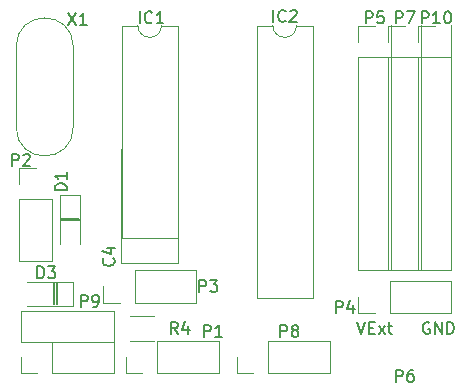
<source format=gbr>
G04 #@! TF.GenerationSoftware,KiCad,Pcbnew,(5.1.5)-3*
G04 #@! TF.CreationDate,2020-06-02T17:02:28+02:00*
G04 #@! TF.ProjectId,MutltiSwitch_Sw8,4d75746c-7469-4537-9769-7463685f5377,0.1*
G04 #@! TF.SameCoordinates,Original*
G04 #@! TF.FileFunction,Legend,Top*
G04 #@! TF.FilePolarity,Positive*
%FSLAX46Y46*%
G04 Gerber Fmt 4.6, Leading zero omitted, Abs format (unit mm)*
G04 Created by KiCad (PCBNEW (5.1.5)-3) date 2020-06-02 17:02:28*
%MOMM*%
%LPD*%
G04 APERTURE LIST*
%ADD10C,0.200000*%
%ADD11C,0.150000*%
%ADD12C,0.100000*%
%ADD13C,0.120000*%
G04 APERTURE END LIST*
D10*
X137922000Y-106553000D02*
X139446000Y-106553000D01*
X137922000Y-106426000D02*
X139446000Y-106426000D01*
X137541000Y-111887000D02*
X137541000Y-113665000D01*
X137287000Y-111887000D02*
X137287000Y-113665000D01*
D11*
X162989142Y-115149380D02*
X163322476Y-116149380D01*
X163655809Y-115149380D01*
X163989142Y-115625571D02*
X164322476Y-115625571D01*
X164465333Y-116149380D02*
X163989142Y-116149380D01*
X163989142Y-115149380D01*
X164465333Y-115149380D01*
X164798666Y-116149380D02*
X165322476Y-115482714D01*
X164798666Y-115482714D02*
X165322476Y-116149380D01*
X165560571Y-115482714D02*
X165941523Y-115482714D01*
X165703428Y-115149380D02*
X165703428Y-116006523D01*
X165751047Y-116101761D01*
X165846285Y-116149380D01*
X165941523Y-116149380D01*
X169084380Y-115197000D02*
X168989142Y-115149380D01*
X168846285Y-115149380D01*
X168703428Y-115197000D01*
X168608190Y-115292238D01*
X168560571Y-115387476D01*
X168512952Y-115577952D01*
X168512952Y-115720809D01*
X168560571Y-115911285D01*
X168608190Y-116006523D01*
X168703428Y-116101761D01*
X168846285Y-116149380D01*
X168941523Y-116149380D01*
X169084380Y-116101761D01*
X169132000Y-116054142D01*
X169132000Y-115720809D01*
X168941523Y-115720809D01*
X169560571Y-116149380D02*
X169560571Y-115149380D01*
X170132000Y-116149380D01*
X170132000Y-115149380D01*
X170608190Y-116149380D02*
X170608190Y-115149380D01*
X170846285Y-115149380D01*
X170989142Y-115197000D01*
X171084380Y-115292238D01*
X171132000Y-115387476D01*
X171179619Y-115577952D01*
X171179619Y-115720809D01*
X171132000Y-115911285D01*
X171084380Y-116006523D01*
X170989142Y-116101761D01*
X170846285Y-116149380D01*
X170608190Y-116149380D01*
D12*
X168148000Y-108585000D02*
X168148000Y-110744000D01*
X168148000Y-110744000D02*
X170942000Y-110744000D01*
X170942000Y-110744000D02*
X170942000Y-108585000D01*
X168148000Y-108585000D02*
X168148000Y-92710000D01*
X170942000Y-108585000D02*
X170942000Y-90043000D01*
D13*
X170935000Y-92710000D02*
X168155000Y-92710000D01*
X168155000Y-91440000D02*
X168155000Y-90050000D01*
X168155000Y-90050000D02*
X169545000Y-90050000D01*
D12*
X165608000Y-108585000D02*
X165608000Y-110744000D01*
X165608000Y-110744000D02*
X168402000Y-110744000D01*
X168402000Y-110744000D02*
X168402000Y-108585000D01*
X165608000Y-108585000D02*
X165608000Y-92710000D01*
X168402000Y-108585000D02*
X168402000Y-90043000D01*
D13*
X168395000Y-92710000D02*
X165615000Y-92710000D01*
X165615000Y-91440000D02*
X165615000Y-90050000D01*
X165615000Y-90050000D02*
X167005000Y-90050000D01*
X144415000Y-90050000D02*
X143045000Y-90050000D01*
X143045000Y-90050000D02*
X143045000Y-108070000D01*
X143045000Y-108070000D02*
X147785000Y-108070000D01*
X147785000Y-108070000D02*
X147785000Y-90050000D01*
X147785000Y-90050000D02*
X146415000Y-90050000D01*
X146415000Y-90050000D02*
G75*
G02X144415000Y-90050000I-1000000J0D01*
G01*
D12*
X163068000Y-108585000D02*
X163068000Y-110744000D01*
X163068000Y-110744000D02*
X165862000Y-110744000D01*
X165862000Y-110744000D02*
X165862000Y-108585000D01*
X163068000Y-108585000D02*
X163068000Y-92710000D01*
X165862000Y-108585000D02*
X165862000Y-90043000D01*
D13*
X165855000Y-92710000D02*
X163075000Y-92710000D01*
X163075000Y-91440000D02*
X163075000Y-90050000D01*
X163075000Y-90050000D02*
X164465000Y-90050000D01*
X155845000Y-90050000D02*
X154475000Y-90050000D01*
X154475000Y-90050000D02*
X154475000Y-113150000D01*
X154475000Y-113150000D02*
X159215000Y-113150000D01*
X159215000Y-113150000D02*
X159215000Y-90050000D01*
X159215000Y-90050000D02*
X157845000Y-90050000D01*
X157845000Y-90050000D02*
G75*
G02X155845000Y-90050000I-1000000J0D01*
G01*
X146050000Y-119500000D02*
X151250000Y-119500000D01*
X151250000Y-119500000D02*
X151250000Y-116720000D01*
X151250000Y-116720000D02*
X146050000Y-116720000D01*
X146050000Y-116720000D02*
X146050000Y-119500000D01*
X144780000Y-119500000D02*
X143390000Y-119500000D01*
X143390000Y-119500000D02*
X143390000Y-118110000D01*
X134373000Y-104775000D02*
X134373000Y-109975000D01*
X134373000Y-109975000D02*
X137153000Y-109975000D01*
X137153000Y-109975000D02*
X137153000Y-104775000D01*
X137153000Y-104775000D02*
X134373000Y-104775000D01*
X134373000Y-103505000D02*
X134373000Y-102115000D01*
X134373000Y-102115000D02*
X135763000Y-102115000D01*
X144145000Y-113531000D02*
X149345000Y-113531000D01*
X149345000Y-113531000D02*
X149345000Y-110751000D01*
X149345000Y-110751000D02*
X144145000Y-110751000D01*
X144145000Y-110751000D02*
X144145000Y-113531000D01*
X142875000Y-113531000D02*
X141485000Y-113531000D01*
X141485000Y-113531000D02*
X141485000Y-112141000D01*
X165735000Y-114420000D02*
X170935000Y-114420000D01*
X170935000Y-114420000D02*
X170935000Y-111640000D01*
X170935000Y-111640000D02*
X165735000Y-111640000D01*
X165735000Y-111640000D02*
X165735000Y-114420000D01*
X164465000Y-114420000D02*
X163075000Y-114420000D01*
X163075000Y-114420000D02*
X163075000Y-113030000D01*
X155448000Y-119500000D02*
X160648000Y-119500000D01*
X160648000Y-119500000D02*
X160648000Y-116720000D01*
X160648000Y-116720000D02*
X155448000Y-116720000D01*
X155448000Y-116720000D02*
X155448000Y-119500000D01*
X154178000Y-119500000D02*
X152788000Y-119500000D01*
X152788000Y-119500000D02*
X152788000Y-118110000D01*
X143780000Y-114627000D02*
X145780000Y-114627000D01*
X145780000Y-116767000D02*
X143780000Y-116767000D01*
X137160000Y-116840000D02*
X142367000Y-116840000D01*
X137160000Y-119500000D02*
X142360000Y-119500000D01*
X142360000Y-119500000D02*
X142360000Y-114180000D01*
X142360000Y-114180000D02*
X134500000Y-114180000D01*
X134500000Y-114180000D02*
X134500000Y-116840000D01*
X134500000Y-116840000D02*
X137160000Y-116840000D01*
X137160000Y-116840000D02*
X137160000Y-119500000D01*
X135890000Y-119500000D02*
X134500000Y-119500000D01*
X134500000Y-119500000D02*
X134500000Y-118110000D01*
X143015000Y-110125000D02*
X143015000Y-100525000D01*
X147815000Y-110125000D02*
X147815000Y-100525000D01*
X143015000Y-110125000D02*
X147815000Y-110125000D01*
X139534000Y-104435000D02*
X137834000Y-104435000D01*
X137834000Y-104485000D02*
X137834000Y-108535000D01*
X139534000Y-104485000D02*
X139534000Y-108535000D01*
X138902000Y-113776000D02*
X138902000Y-111776000D01*
X138902000Y-111776000D02*
X135002000Y-111776000D01*
X138902000Y-113776000D02*
X135002000Y-113776000D01*
D12*
X138938000Y-98679000D02*
G75*
G02X134112000Y-98679000I-2413000J0D01*
G01*
X134112000Y-91821000D02*
G75*
G02X138938000Y-91821000I2413000J0D01*
G01*
X134112000Y-98679000D02*
X134112000Y-91821000D01*
X138938000Y-98679000D02*
X138938000Y-91821000D01*
D11*
X168457714Y-89860380D02*
X168457714Y-88860380D01*
X168838666Y-88860380D01*
X168933904Y-88908000D01*
X168981523Y-88955619D01*
X169029142Y-89050857D01*
X169029142Y-89193714D01*
X168981523Y-89288952D01*
X168933904Y-89336571D01*
X168838666Y-89384190D01*
X168457714Y-89384190D01*
X169981523Y-89860380D02*
X169410095Y-89860380D01*
X169695809Y-89860380D02*
X169695809Y-88860380D01*
X169600571Y-89003238D01*
X169505333Y-89098476D01*
X169410095Y-89146095D01*
X170600571Y-88860380D02*
X170695809Y-88860380D01*
X170791047Y-88908000D01*
X170838666Y-88955619D01*
X170886285Y-89050857D01*
X170933904Y-89241333D01*
X170933904Y-89479428D01*
X170886285Y-89669904D01*
X170838666Y-89765142D01*
X170791047Y-89812761D01*
X170695809Y-89860380D01*
X170600571Y-89860380D01*
X170505333Y-89812761D01*
X170457714Y-89765142D01*
X170410095Y-89669904D01*
X170362476Y-89479428D01*
X170362476Y-89241333D01*
X170410095Y-89050857D01*
X170457714Y-88955619D01*
X170505333Y-88908000D01*
X170600571Y-88860380D01*
X166266904Y-89860380D02*
X166266904Y-88860380D01*
X166647857Y-88860380D01*
X166743095Y-88908000D01*
X166790714Y-88955619D01*
X166838333Y-89050857D01*
X166838333Y-89193714D01*
X166790714Y-89288952D01*
X166743095Y-89336571D01*
X166647857Y-89384190D01*
X166266904Y-89384190D01*
X167171666Y-88860380D02*
X167838333Y-88860380D01*
X167409761Y-89860380D01*
X144565809Y-89860380D02*
X144565809Y-88860380D01*
X145613428Y-89765142D02*
X145565809Y-89812761D01*
X145422952Y-89860380D01*
X145327714Y-89860380D01*
X145184857Y-89812761D01*
X145089619Y-89717523D01*
X145042000Y-89622285D01*
X144994380Y-89431809D01*
X144994380Y-89288952D01*
X145042000Y-89098476D01*
X145089619Y-89003238D01*
X145184857Y-88908000D01*
X145327714Y-88860380D01*
X145422952Y-88860380D01*
X145565809Y-88908000D01*
X145613428Y-88955619D01*
X146565809Y-89860380D02*
X145994380Y-89860380D01*
X146280095Y-89860380D02*
X146280095Y-88860380D01*
X146184857Y-89003238D01*
X146089619Y-89098476D01*
X145994380Y-89146095D01*
X163726904Y-89860380D02*
X163726904Y-88860380D01*
X164107857Y-88860380D01*
X164203095Y-88908000D01*
X164250714Y-88955619D01*
X164298333Y-89050857D01*
X164298333Y-89193714D01*
X164250714Y-89288952D01*
X164203095Y-89336571D01*
X164107857Y-89384190D01*
X163726904Y-89384190D01*
X165203095Y-88860380D02*
X164726904Y-88860380D01*
X164679285Y-89336571D01*
X164726904Y-89288952D01*
X164822142Y-89241333D01*
X165060238Y-89241333D01*
X165155476Y-89288952D01*
X165203095Y-89336571D01*
X165250714Y-89431809D01*
X165250714Y-89669904D01*
X165203095Y-89765142D01*
X165155476Y-89812761D01*
X165060238Y-89860380D01*
X164822142Y-89860380D01*
X164726904Y-89812761D01*
X164679285Y-89765142D01*
X155868809Y-89733380D02*
X155868809Y-88733380D01*
X156916428Y-89638142D02*
X156868809Y-89685761D01*
X156725952Y-89733380D01*
X156630714Y-89733380D01*
X156487857Y-89685761D01*
X156392619Y-89590523D01*
X156345000Y-89495285D01*
X156297380Y-89304809D01*
X156297380Y-89161952D01*
X156345000Y-88971476D01*
X156392619Y-88876238D01*
X156487857Y-88781000D01*
X156630714Y-88733380D01*
X156725952Y-88733380D01*
X156868809Y-88781000D01*
X156916428Y-88828619D01*
X157297380Y-88828619D02*
X157345000Y-88781000D01*
X157440238Y-88733380D01*
X157678333Y-88733380D01*
X157773571Y-88781000D01*
X157821190Y-88828619D01*
X157868809Y-88923857D01*
X157868809Y-89019095D01*
X157821190Y-89161952D01*
X157249761Y-89733380D01*
X157868809Y-89733380D01*
X150010904Y-116403380D02*
X150010904Y-115403380D01*
X150391857Y-115403380D01*
X150487095Y-115451000D01*
X150534714Y-115498619D01*
X150582333Y-115593857D01*
X150582333Y-115736714D01*
X150534714Y-115831952D01*
X150487095Y-115879571D01*
X150391857Y-115927190D01*
X150010904Y-115927190D01*
X151534714Y-116403380D02*
X150963285Y-116403380D01*
X151249000Y-116403380D02*
X151249000Y-115403380D01*
X151153761Y-115546238D01*
X151058523Y-115641476D01*
X150963285Y-115689095D01*
X133754904Y-101925380D02*
X133754904Y-100925380D01*
X134135857Y-100925380D01*
X134231095Y-100973000D01*
X134278714Y-101020619D01*
X134326333Y-101115857D01*
X134326333Y-101258714D01*
X134278714Y-101353952D01*
X134231095Y-101401571D01*
X134135857Y-101449190D01*
X133754904Y-101449190D01*
X134707285Y-101020619D02*
X134754904Y-100973000D01*
X134850142Y-100925380D01*
X135088238Y-100925380D01*
X135183476Y-100973000D01*
X135231095Y-101020619D01*
X135278714Y-101115857D01*
X135278714Y-101211095D01*
X135231095Y-101353952D01*
X134659666Y-101925380D01*
X135278714Y-101925380D01*
X149629904Y-112593380D02*
X149629904Y-111593380D01*
X150010857Y-111593380D01*
X150106095Y-111641000D01*
X150153714Y-111688619D01*
X150201333Y-111783857D01*
X150201333Y-111926714D01*
X150153714Y-112021952D01*
X150106095Y-112069571D01*
X150010857Y-112117190D01*
X149629904Y-112117190D01*
X150534666Y-111593380D02*
X151153714Y-111593380D01*
X150820380Y-111974333D01*
X150963238Y-111974333D01*
X151058476Y-112021952D01*
X151106095Y-112069571D01*
X151153714Y-112164809D01*
X151153714Y-112402904D01*
X151106095Y-112498142D01*
X151058476Y-112545761D01*
X150963238Y-112593380D01*
X150677523Y-112593380D01*
X150582285Y-112545761D01*
X150534666Y-112498142D01*
X161186904Y-114371380D02*
X161186904Y-113371380D01*
X161567857Y-113371380D01*
X161663095Y-113419000D01*
X161710714Y-113466619D01*
X161758333Y-113561857D01*
X161758333Y-113704714D01*
X161710714Y-113799952D01*
X161663095Y-113847571D01*
X161567857Y-113895190D01*
X161186904Y-113895190D01*
X162615476Y-113704714D02*
X162615476Y-114371380D01*
X162377380Y-113323761D02*
X162139285Y-114038047D01*
X162758333Y-114038047D01*
X156487904Y-116403380D02*
X156487904Y-115403380D01*
X156868857Y-115403380D01*
X156964095Y-115451000D01*
X157011714Y-115498619D01*
X157059333Y-115593857D01*
X157059333Y-115736714D01*
X157011714Y-115831952D01*
X156964095Y-115879571D01*
X156868857Y-115927190D01*
X156487904Y-115927190D01*
X157630761Y-115831952D02*
X157535523Y-115784333D01*
X157487904Y-115736714D01*
X157440285Y-115641476D01*
X157440285Y-115593857D01*
X157487904Y-115498619D01*
X157535523Y-115451000D01*
X157630761Y-115403380D01*
X157821238Y-115403380D01*
X157916476Y-115451000D01*
X157964095Y-115498619D01*
X158011714Y-115593857D01*
X158011714Y-115641476D01*
X157964095Y-115736714D01*
X157916476Y-115784333D01*
X157821238Y-115831952D01*
X157630761Y-115831952D01*
X157535523Y-115879571D01*
X157487904Y-115927190D01*
X157440285Y-116022428D01*
X157440285Y-116212904D01*
X157487904Y-116308142D01*
X157535523Y-116355761D01*
X157630761Y-116403380D01*
X157821238Y-116403380D01*
X157916476Y-116355761D01*
X157964095Y-116308142D01*
X158011714Y-116212904D01*
X158011714Y-116022428D01*
X157964095Y-115927190D01*
X157916476Y-115879571D01*
X157821238Y-115831952D01*
X147788333Y-116149380D02*
X147455000Y-115673190D01*
X147216904Y-116149380D02*
X147216904Y-115149380D01*
X147597857Y-115149380D01*
X147693095Y-115197000D01*
X147740714Y-115244619D01*
X147788333Y-115339857D01*
X147788333Y-115482714D01*
X147740714Y-115577952D01*
X147693095Y-115625571D01*
X147597857Y-115673190D01*
X147216904Y-115673190D01*
X148645476Y-115482714D02*
X148645476Y-116149380D01*
X148407380Y-115101761D02*
X148169285Y-115816047D01*
X148788333Y-115816047D01*
X139596904Y-113863380D02*
X139596904Y-112863380D01*
X139977857Y-112863380D01*
X140073095Y-112911000D01*
X140120714Y-112958619D01*
X140168333Y-113053857D01*
X140168333Y-113196714D01*
X140120714Y-113291952D01*
X140073095Y-113339571D01*
X139977857Y-113387190D01*
X139596904Y-113387190D01*
X140644523Y-113863380D02*
X140835000Y-113863380D01*
X140930238Y-113815761D01*
X140977857Y-113768142D01*
X141073095Y-113625285D01*
X141120714Y-113434809D01*
X141120714Y-113053857D01*
X141073095Y-112958619D01*
X141025476Y-112911000D01*
X140930238Y-112863380D01*
X140739761Y-112863380D01*
X140644523Y-112911000D01*
X140596904Y-112958619D01*
X140549285Y-113053857D01*
X140549285Y-113291952D01*
X140596904Y-113387190D01*
X140644523Y-113434809D01*
X140739761Y-113482428D01*
X140930238Y-113482428D01*
X141025476Y-113434809D01*
X141073095Y-113387190D01*
X141120714Y-113291952D01*
X142343142Y-109767666D02*
X142390761Y-109815285D01*
X142438380Y-109958142D01*
X142438380Y-110053380D01*
X142390761Y-110196238D01*
X142295523Y-110291476D01*
X142200285Y-110339095D01*
X142009809Y-110386714D01*
X141866952Y-110386714D01*
X141676476Y-110339095D01*
X141581238Y-110291476D01*
X141486000Y-110196238D01*
X141438380Y-110053380D01*
X141438380Y-109958142D01*
X141486000Y-109815285D01*
X141533619Y-109767666D01*
X141771714Y-108910523D02*
X142438380Y-108910523D01*
X141390761Y-109148619D02*
X142105047Y-109386714D01*
X142105047Y-108767666D01*
X138374380Y-103989095D02*
X137374380Y-103989095D01*
X137374380Y-103751000D01*
X137422000Y-103608142D01*
X137517238Y-103512904D01*
X137612476Y-103465285D01*
X137802952Y-103417666D01*
X137945809Y-103417666D01*
X138136285Y-103465285D01*
X138231523Y-103512904D01*
X138326761Y-103608142D01*
X138374380Y-103751000D01*
X138374380Y-103989095D01*
X138374380Y-102465285D02*
X138374380Y-103036714D01*
X138374380Y-102751000D02*
X137374380Y-102751000D01*
X137517238Y-102846238D01*
X137612476Y-102941476D01*
X137660095Y-103036714D01*
X135913904Y-111450380D02*
X135913904Y-110450380D01*
X136152000Y-110450380D01*
X136294857Y-110498000D01*
X136390095Y-110593238D01*
X136437714Y-110688476D01*
X136485333Y-110878952D01*
X136485333Y-111021809D01*
X136437714Y-111212285D01*
X136390095Y-111307523D01*
X136294857Y-111402761D01*
X136152000Y-111450380D01*
X135913904Y-111450380D01*
X136818666Y-110450380D02*
X137437714Y-110450380D01*
X137104380Y-110831333D01*
X137247238Y-110831333D01*
X137342476Y-110878952D01*
X137390095Y-110926571D01*
X137437714Y-111021809D01*
X137437714Y-111259904D01*
X137390095Y-111355142D01*
X137342476Y-111402761D01*
X137247238Y-111450380D01*
X136961523Y-111450380D01*
X136866285Y-111402761D01*
X136818666Y-111355142D01*
X166266904Y-120213380D02*
X166266904Y-119213380D01*
X166647857Y-119213380D01*
X166743095Y-119261000D01*
X166790714Y-119308619D01*
X166838333Y-119403857D01*
X166838333Y-119546714D01*
X166790714Y-119641952D01*
X166743095Y-119689571D01*
X166647857Y-119737190D01*
X166266904Y-119737190D01*
X167695476Y-119213380D02*
X167505000Y-119213380D01*
X167409761Y-119261000D01*
X167362142Y-119308619D01*
X167266904Y-119451476D01*
X167219285Y-119641952D01*
X167219285Y-120022904D01*
X167266904Y-120118142D01*
X167314523Y-120165761D01*
X167409761Y-120213380D01*
X167600238Y-120213380D01*
X167695476Y-120165761D01*
X167743095Y-120118142D01*
X167790714Y-120022904D01*
X167790714Y-119784809D01*
X167743095Y-119689571D01*
X167695476Y-119641952D01*
X167600238Y-119594333D01*
X167409761Y-119594333D01*
X167314523Y-119641952D01*
X167266904Y-119689571D01*
X167219285Y-119784809D01*
X138509476Y-88987380D02*
X139176142Y-89987380D01*
X139176142Y-88987380D02*
X138509476Y-89987380D01*
X140080904Y-89987380D02*
X139509476Y-89987380D01*
X139795190Y-89987380D02*
X139795190Y-88987380D01*
X139699952Y-89130238D01*
X139604714Y-89225476D01*
X139509476Y-89273095D01*
M02*

</source>
